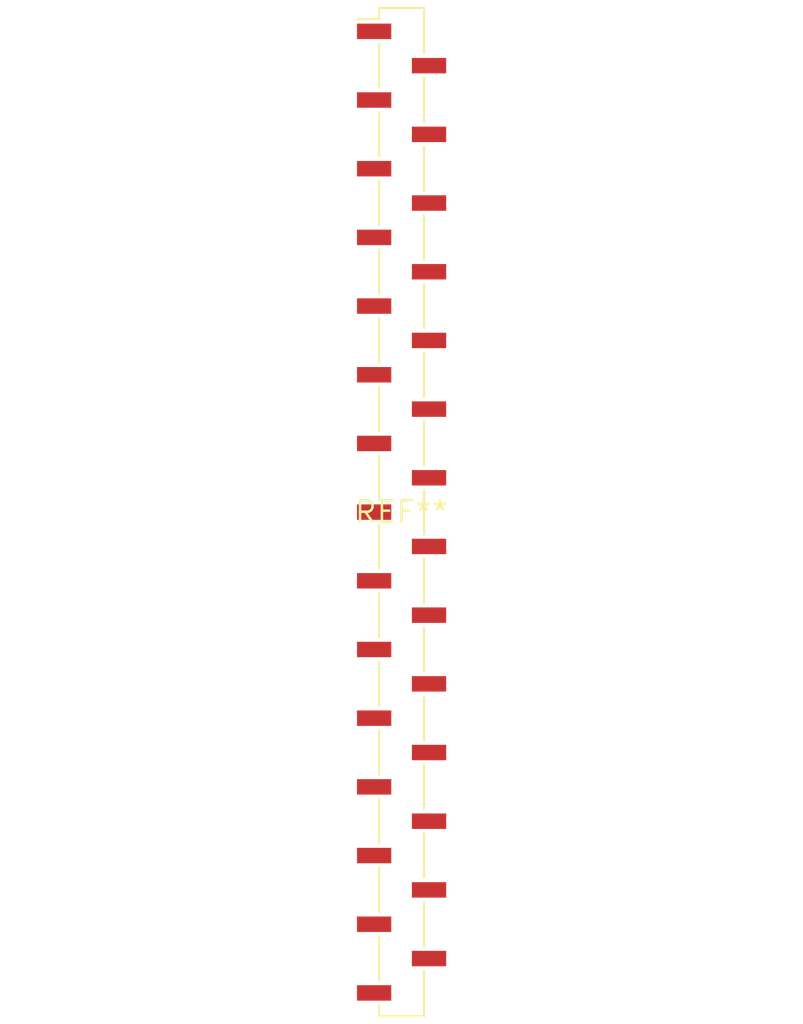
<source format=kicad_pcb>
(kicad_pcb (version 20240108) (generator pcbnew)
  (layers (0 "F.Cu" signal) (31 "B.Cu" signal) (34 "B.Paste" user) (35 "F.Paste" user) (36 "B.SilkS" user "B.Silkscreen") (37 "F.SilkS" user "F.Silkscreen") (38 "B.Mask" user) (39 "F.Mask" user) (44 "Edge.Cuts" user))
  (net 0 "")
  (footprint "PinSocket_1x29_P2.00mm_Vertical_SMD_Pin1Left" (layer "F.Cu") (at 0 0)
    (property "Reference" "REF**")
    (property "Value" "PinSocket_1x29_P2.00mm_Vertical_SMD_Pin1Left")
    (fp_line (start -2.54 -28.71) (end -1.31 -28.71) (layer "F.SilkS") (stroke (width 0.12)))
    (fp_line (start -1.31 -29.36) (end -1.31 -28.71) (layer "F.SilkS") (stroke (width 0.12)))
    (fp_line (start -1.31 -29.36) (end 1.31 -29.36) (layer "F.SilkS") (stroke (width 0.12)))
    (fp_line (start -1.31 -27.29) (end -1.31 -24.71) (layer "F.SilkS") (stroke (width 0.12)))
    (fp_line (start -1.31 -23.29) (end -1.31 -20.71) (layer "F.SilkS") (stroke (width 0.12)))
    (fp_line (start -1.31 -19.29) (end -1.31 -16.71) (layer "F.SilkS") (stroke (width 0.12)))
    (fp_line (start -1.31 -15.29) (end -1.31 -12.71) (layer "F.SilkS") (stroke (width 0.12)))
    (fp_line (start -1.31 -11.29) (end -1.31 -8.71) (layer "F.SilkS") (stroke (width 0.12)))
    (fp_line (start -1.31 -7.29) (end -1.31 -4.71) (layer "F.SilkS") (stroke (width 0.12)))
    (fp_line (start -1.31 -3.29) (end -1.31 -0.71) (layer "F.SilkS") (stroke (width 0.12)))
    (fp_line (start -1.31 0.71) (end -1.31 3.29) (layer "F.SilkS") (stroke (width 0.12)))
    (fp_line (start -1.31 4.71) (end -1.31 7.29) (layer "F.SilkS") (stroke (width 0.12)))
    (fp_line (start -1.31 8.71) (end -1.31 11.29) (layer "F.SilkS") (stroke (width 0.12)))
    (fp_line (start -1.31 12.71) (end -1.31 15.29) (layer "F.SilkS") (stroke (width 0.12)))
    (fp_line (start -1.31 16.71) (end -1.31 19.29) (layer "F.SilkS") (stroke (width 0.12)))
    (fp_line (start -1.31 20.71) (end -1.31 23.29) (layer "F.SilkS") (stroke (width 0.12)))
    (fp_line (start -1.31 24.71) (end -1.31 27.29) (layer "F.SilkS") (stroke (width 0.12)))
    (fp_line (start -1.31 28.71) (end -1.31 29.36) (layer "F.SilkS") (stroke (width 0.12)))
    (fp_line (start -1.31 29.36) (end 1.31 29.36) (layer "F.SilkS") (stroke (width 0.12)))
    (fp_line (start 1.31 -29.36) (end 1.31 -26.71) (layer "F.SilkS") (stroke (width 0.12)))
    (fp_line (start 1.31 -25.29) (end 1.31 -22.71) (layer "F.SilkS") (stroke (width 0.12)))
    (fp_line (start 1.31 -21.29) (end 1.31 -18.71) (layer "F.SilkS") (stroke (width 0.12)))
    (fp_line (start 1.31 -17.29) (end 1.31 -14.71) (layer "F.SilkS") (stroke (width 0.12)))
    (fp_line (start 1.31 -13.29) (end 1.31 -10.71) (layer "F.SilkS") (stroke (width 0.12)))
    (fp_line (start 1.31 -9.29) (end 1.31 -6.71) (layer "F.SilkS") (stroke (width 0.12)))
    (fp_line (start 1.31 -5.29) (end 1.31 -2.71) (layer "F.SilkS") (stroke (width 0.12)))
    (fp_line (start 1.31 -1.29) (end 1.31 1.29) (layer "F.SilkS") (stroke (width 0.12)))
    (fp_line (start 1.31 2.71) (end 1.31 5.29) (layer "F.SilkS") (stroke (width 0.12)))
    (fp_line (start 1.31 6.71) (end 1.31 9.29) (layer "F.SilkS") (stroke (width 0.12)))
    (fp_line (start 1.31 10.71) (end 1.31 13.29) (layer "F.SilkS") (stroke (width 0.12)))
    (fp_line (start 1.31 14.71) (end 1.31 17.29) (layer "F.SilkS") (stroke (width 0.12)))
    (fp_line (start 1.31 18.71) (end 1.31 21.29) (layer "F.SilkS") (stroke (width 0.12)))
    (fp_line (start 1.31 22.71) (end 1.31 25.29) (layer "F.SilkS") (stroke (width 0.12)))
    (fp_line (start 1.31 26.71) (end 1.31 29.36) (layer "F.SilkS") (stroke (width 0.12)))
    (pad "1" smd rect (at -1.6 -28) (size 2 0.9) (layers "F.Cu" "F.Paste" "F.Mask"))
    (pad "2" smd rect (at 1.6 -26) (size 2 0.9) (layers "F.Cu" "F.Paste" "F.Mask"))
    (pad "3" smd rect (at -1.6 -24) (size 2 0.9) (layers "F.Cu" "F.Paste" "F.Mask"))
    (pad "4" smd rect (at 1.6 -22) (size 2 0.9) (layers "F.Cu" "F.Paste" "F.Mask"))
    (pad "5" smd rect (at -1.6 -20) (size 2 0.9) (layers "F.Cu" "F.Paste" "F.Mask"))
    (pad "6" smd rect (at 1.6 -18) (size 2 0.9) (layers "F.Cu" "F.Paste" "F.Mask"))
    (pad "7" smd rect (at -1.6 -16) (size 2 0.9) (layers "F.Cu" "F.Paste" "F.Mask"))
    (pad "8" smd rect (at 1.6 -14) (size 2 0.9) (layers "F.Cu" "F.Paste" "F.Mask"))
    (pad "9" smd rect (at -1.6 -12) (size 2 0.9) (layers "F.Cu" "F.Paste" "F.Mask"))
    (pad "10" smd rect (at 1.6 -10) (size 2 0.9) (layers "F.Cu" "F.Paste" "F.Mask"))
    (pad "11" smd rect (at -1.6 -8) (size 2 0.9) (layers "F.Cu" "F.Paste" "F.Mask"))
    (pad "12" smd rect (at 1.6 -6) (size 2 0.9) (layers "F.Cu" "F.Paste" "F.Mask"))
    (pad "13" smd rect (at -1.6 -4) (size 2 0.9) (layers "F.Cu" "F.Paste" "F.Mask"))
    (pad "14" smd rect (at 1.6 -2) (size 2 0.9) (layers "F.Cu" "F.Paste" "F.Mask"))
    (pad "15" smd rect (at -1.6 0) (size 2 0.9) (layers "F.Cu" "F.Paste" "F.Mask"))
    (pad "16" smd rect (at 1.6 2) (size 2 0.9) (layers "F.Cu" "F.Paste" "F.Mask"))
    (pad "17" smd rect (at -1.6 4) (size 2 0.9) (layers "F.Cu" "F.Paste" "F.Mask"))
    (pad "18" smd rect (at 1.6 6) (size 2 0.9) (layers "F.Cu" "F.Paste" "F.Mask"))
    (pad "19" smd rect (at -1.6 8) (size 2 0.9) (layers "F.Cu" "F.Paste" "F.Mask"))
    (pad "20" smd rect (at 1.6 10) (size 2 0.9) (layers "F.Cu" "F.Paste" "F.Mask"))
    (pad "21" smd rect (at -1.6 12) (size 2 0.9) (layers "F.Cu" "F.Paste" "F.Mask"))
    (pad "22" smd rect (at 1.6 14) (size 2 0.9) (layers "F.Cu" "F.Paste" "F.Mask"))
    (pad "23" smd rect (at -1.6 16) (size 2 0.9) (layers "F.Cu" "F.Paste" "F.Mask"))
    (pad "24" smd rect (at 1.6 18) (size 2 0.9) (layers "F.Cu" "F.Paste" "F.Mask"))
    (pad "25" smd rect (at -1.6 20) (size 2 0.9) (layers "F.Cu" "F.Paste" "F.Mask"))
    (pad "26" smd rect (at 1.6 22) (size 2 0.9) (layers "F.Cu" "F.Paste" "F.Mask"))
    (pad "27" smd rect (at -1.6 24) (size 2 0.9) (layers "F.Cu" "F.Paste" "F.Mask"))
    (pad "28" smd rect (at 1.6 26) (size 2 0.9) (layers "F.Cu" "F.Paste" "F.Mask"))
    (pad "29" smd rect (at -1.6 28) (size 2 0.9) (layers "F.Cu" "F.Paste" "F.Mask"))
  )
)
</source>
